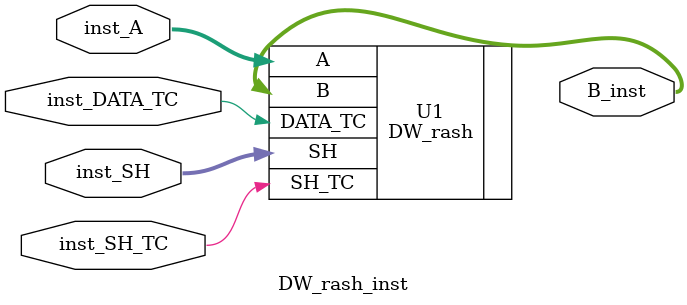
<source format=v>
module DW_rash_inst( inst_A, inst_DATA_TC, inst_SH, inst_SH_TC, B_inst );

parameter A_width = 8;
parameter SH_width = 3;


input [A_width-1 : 0] inst_A;
input inst_DATA_TC;
input [SH_width-1 : 0] inst_SH;
input inst_SH_TC;
output [A_width-1 : 0] B_inst;

    // Instance of DW_rash
    DW_rash #(A_width, SH_width) U1 (
			.A(inst_A),
			.DATA_TC(inst_DATA_TC),
			.SH(inst_SH),
			.SH_TC(inst_SH_TC),
			.B(B_inst) );

endmodule


</source>
